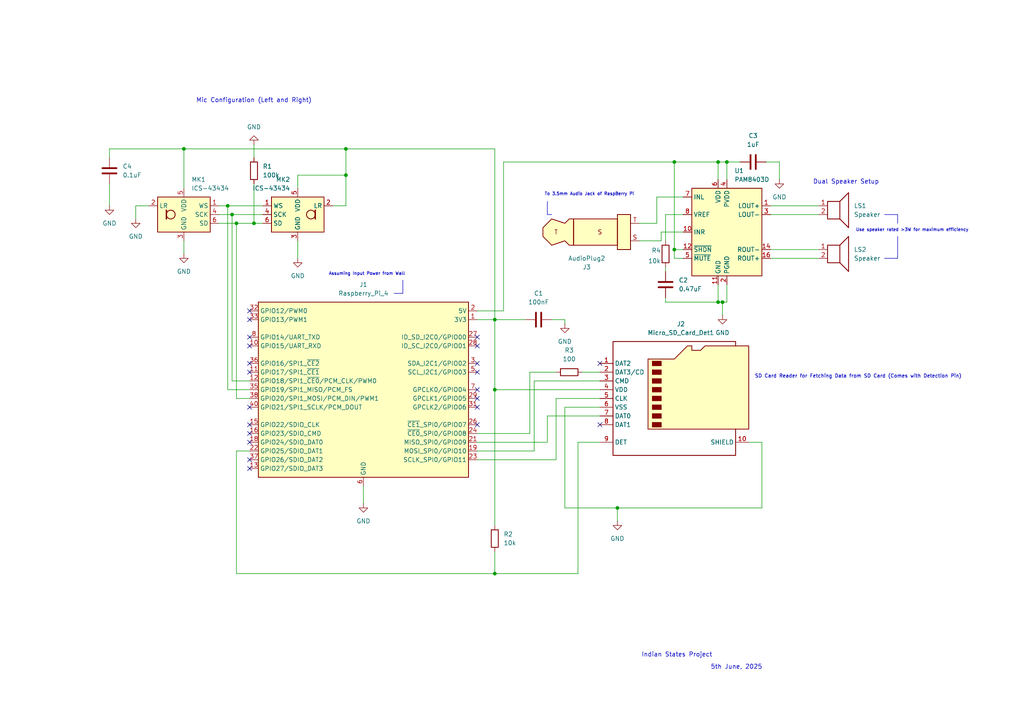
<source format=kicad_sch>
(kicad_sch (version 20231120) (generator "eeschema") (generator_version "8.0")
  (paper "A4")
  (lib_symbols
    (symbol "Amplifier_Audio:PAM8403D"
      (property "Reference" "U" (at 1.27 16.51 0))
      (property "Value" "PAM8403D" (at 6.096 14.224 0))
      (symbol "PAM8403D_0_1"
        (rectangle (start -10.16 12.7) (end 10.16 -12.7) (stroke (width 0.254)) (fill (type background)))
      )
      (symbol "PAM8403D_1_1"
        (pin output line (at 12.7 7.62 180) (length 2.54) (name "LOUT+") (number "1"))
        (pin input line (at -12.7 0 0) (length 2.54) (name "INR") (number "10"))
        (pin power_in line (at -2.54 -15.24 90) (length 2.54) (name "GND") (number "11"))
        (pin input line (at -12.7 -5.08 0) (length 2.54) (name "~{SHDN}") (number "12"))
        (pin passive line (at 0 15.24 270) (length 2.54) hide (name "PVDD") (number "13"))
        (pin output line (at 12.7 -5.08 180) (length 2.54) (name "ROUT-") (number "14"))
        (pin passive line (at 0 -15.24 90) (length 2.54) hide (name "PGND") (number "15"))
        (pin output line (at 12.7 -7.62 180) (length 2.54) (name "ROUT+") (number "16"))
        (pin power_in line (at 0 -15.24 90) (length 2.54) (name "PGND") (number "2"))
        (pin output line (at 12.7 5.08 180) (length 2.54) (name "LOUT-") (number "3"))
        (pin power_in line (at 0 15.24 270) (length 2.54) (name "PVDD") (number "4"))
        (pin input line (at -12.7 -7.62 0) (length 2.54) (name "~{MUTE}") (number "5"))
        (pin power_in line (at -2.54 15.24 270) (length 2.54) (name "VDD") (number "6"))
        (pin input line (at -12.7 10.16 0) (length 2.54) (name "INL") (number "7"))
        (pin input line (at -12.7 5.08 0) (length 2.54) (name "VREF") (number "8"))
        (pin no_connect line (at 10.16 -10.16 180) (length 2.54) hide (name "NC") (number "9"))
      )
    )
    (symbol "Connector:Micro_SD_Card_Det1"
      (property "Reference" "J" (at -16.51 17.78 0))
      (property "Value" "Micro_SD_Card_Det1" (at 16.51 17.78 0))
      (symbol "Micro_SD_Card_Det1_0_1"
        (rectangle (start -7.62 -6.985) (end -5.08 -8.255) (stroke (width 0.254)) (fill (type outline)))
        (rectangle (start -7.62 -4.445) (end -5.08 -5.715) (stroke (width 0.254)) (fill (type outline)))
        (rectangle (start -7.62 -1.905) (end -5.08 -3.175) (stroke (width 0.254)) (fill (type outline)))
        (rectangle (start -7.62 0.635) (end -5.08 -0.635) (stroke (width 0.254)) (fill (type outline)))
        (rectangle (start -7.62 3.175) (end -5.08 1.905) (stroke (width 0.254)) (fill (type outline)))
        (rectangle (start -7.62 5.715) (end -5.08 4.445) (stroke (width 0.254)) (fill (type outline)))
        (rectangle (start -7.62 8.255) (end -5.08 6.985) (stroke (width 0.254)) (fill (type outline)))
        (rectangle (start -7.62 10.795) (end -5.08 9.525) (stroke (width 0.254)) (fill (type outline)))
        (polyline (pts (xy 16.51 15.24) (xy 16.51 16.51) (xy -19.05 16.51) (xy -19.05 -16.51) (xy 16.51 -16.51) (xy 16.51 -8.89)) (stroke (width 0.254)))
        (polyline (pts (xy -8.89 -8.89) (xy -8.89 11.43) (xy -1.27 11.43) (xy 2.54 15.24) (xy 3.81 15.24) (xy 3.81 13.97) (xy 6.35 13.97) (xy 7.62 15.24) (xy 20.32 15.24) (xy 20.32 -8.89) (xy -8.89 -8.89)) (stroke (width 0.254)) (fill (type background)))
      )
      (symbol "Micro_SD_Card_Det1_1_1"
        (pin bidirectional line (at -22.86 10.16 0) (length 3.81) (name "DAT2") (number "1"))
        (pin passive line (at 20.32 -12.7 180) (length 3.81) (name "SHIELD") (number "10"))
        (pin bidirectional line (at -22.86 7.62 0) (length 3.81) (name "DAT3/CD") (number "2"))
        (pin input line (at -22.86 5.08 0) (length 3.81) (name "CMD") (number "3"))
        (pin power_in line (at -22.86 2.54 0) (length 3.81) (name "VDD") (number "4"))
        (pin input line (at -22.86 0 0) (length 3.81) (name "CLK") (number "5"))
        (pin power_in line (at -22.86 -2.54 0) (length 3.81) (name "VSS") (number "6"))
        (pin bidirectional line (at -22.86 -5.08 0) (length 3.81) (name "DAT0") (number "7"))
        (pin bidirectional line (at -22.86 -7.62 0) (length 3.81) (name "DAT1") (number "8"))
        (pin passive line (at -22.86 -12.7 0) (length 3.81) (name "DET") (number "9"))
      )
    )
    (symbol "Connector:Raspberry_Pi_4"
      (property "Reference" "J" (at -17.526 48.768 0))
      (property "Value" "Raspberry_Pi_4" (at 15.748 -26.416 0))
      (symbol "Raspberry_Pi_4_0_1"
        (rectangle (start -30.48 25.4) (end 30.48 -25.4) (stroke (width 0.254)) (fill (type background)))
      )
      (symbol "Raspberry_Pi_4_1_1"
        (pin power_out line (at 33.02 20.32 180) (length 2.54) (name "3V3") (number "1"))
        (pin bidirectional line (at -33.02 12.7 0) (length 2.54) (name "GPIO15/UART_RXD") (number "10"))
        (pin bidirectional line (at -33.02 5.08 0) (length 2.54) (name "GPIO17/SPI1_~{CE1}") (number "11"))
        (pin bidirectional line (at -33.02 2.54 0) (length 2.54) (name "GPIO18/SPI1_~{CE0}/PCM_CLK/PWM0") (number "12"))
        (pin bidirectional line (at -33.02 -22.86 0) (length 2.54) (name "GPIO27/SDIO_DAT3") (number "13"))
        (pin passive line (at 0 -27.94 90) (length 2.54) hide (name "GND") (number "14"))
        (pin bidirectional line (at -33.02 -10.16 0) (length 2.54) (name "GPIO22/SDIO_CLK") (number "15"))
        (pin bidirectional line (at -33.02 -12.7 0) (length 2.54) (name "GPIO23/SDIO_CMD") (number "16"))
        (pin passive line (at 33.02 20.32 180) (length 2.54) hide (name "3V3") (number "17"))
        (pin bidirectional line (at -33.02 -15.24 0) (length 2.54) (name "GPIO24/SDIO_DAT0") (number "18"))
        (pin bidirectional line (at 33.02 -17.78 180) (length 2.54) (name "MOSI_SPI0/GPIO10") (number "19"))
        (pin power_out line (at 33.02 22.86 180) (length 2.54) (name "5V") (number "2"))
        (pin passive line (at 0 -27.94 90) (length 2.54) hide (name "GND") (number "20"))
        (pin bidirectional line (at 33.02 -15.24 180) (length 2.54) (name "MISO_SPI0/GPIO09") (number "21"))
        (pin bidirectional line (at -33.02 -17.78 0) (length 2.54) (name "GPIO25/SDIO_DAT1") (number "22"))
        (pin bidirectional line (at 33.02 -20.32 180) (length 2.54) (name "SCLK_SPI0/GPIO11") (number "23"))
        (pin bidirectional line (at 33.02 -12.7 180) (length 2.54) (name "~{CE0}_SPI0/GPIO08") (number "24"))
        (pin passive line (at 0 -27.94 90) (length 2.54) hide (name "GND") (number "25"))
        (pin bidirectional line (at 33.02 -10.16 180) (length 2.54) (name "~{CE1}_SPI0/GPIO07") (number "26"))
        (pin bidirectional line (at 33.02 15.24 180) (length 2.54) (name "ID_SD_I2C0/GPIO00") (number "27"))
        (pin bidirectional line (at 33.02 12.7 180) (length 2.54) (name "ID_SC_I2C0/GPIO01") (number "28"))
        (pin bidirectional line (at 33.02 -2.54 180) (length 2.54) (name "GPCLK1/GPIO05") (number "29"))
        (pin bidirectional line (at 33.02 7.62 180) (length 2.54) (name "SDA_I2C1/GPIO02") (number "3"))
        (pin passive line (at 0 -27.94 90) (length 2.54) hide (name "GND") (number "30"))
        (pin bidirectional line (at 33.02 -5.08 180) (length 2.54) (name "GPCLK2/GPIO06") (number "31"))
        (pin bidirectional line (at -33.02 22.86 0) (length 2.54) (name "GPIO12/PWM0") (number "32"))
        (pin bidirectional line (at -33.02 20.32 0) (length 2.54) (name "GPIO13/PWM1") (number "33"))
        (pin passive line (at 0 -27.94 90) (length 2.54) hide (name "GND") (number "34"))
        (pin bidirectional line (at -33.02 0 0) (length 2.54) (name "GPIO19/SPI1_MISO/PCM_FS") (number "35"))
        (pin bidirectional line (at -33.02 7.62 0) (length 2.54) (name "GPIO16/SPI1_~{CE2}") (number "36"))
        (pin bidirectional line (at -33.02 -20.32 0) (length 2.54) (name "GPIO26/SDIO_DAT2") (number "37"))
        (pin bidirectional line (at -33.02 -2.54 0) (length 2.54) (name "GPIO20/SPI1_MOSI/PCM_DIN/PWM1") (number "38"))
        (pin passive line (at 0 -27.94 90) (length 2.54) hide (name "GND") (number "39"))
        (pin passive line (at 33.02 22.86 180) (length 2.54) hide (name "5V") (number "4"))
        (pin bidirectional line (at -33.02 -5.08 0) (length 2.54) (name "GPIO21/SPI1_SCLK/PCM_DOUT") (number "40"))
        (pin bidirectional line (at 33.02 5.08 180) (length 2.54) (name "SCL_I2C1/GPIO03") (number "5"))
        (pin power_out line (at 0 -27.94 90) (length 2.54) (name "GND") (number "6"))
        (pin bidirectional line (at 33.02 0 180) (length 2.54) (name "GPCLK0/GPIO04") (number "7"))
        (pin bidirectional line (at -33.02 15.24 0) (length 2.54) (name "GPIO14/UART_TXD") (number "8"))
        (pin passive line (at 0 -27.94 90) (length 2.54) hide (name "GND") (number "9"))
      )
    )
    (symbol "Connector_Audio:AudioPlug2"
      (property "Reference" "J" (at 10.16 6.35 0))
      (property "Value" "AudioPlug2" (at 10.16 -6.35 0))
      (symbol "AudioPlug2_0_0"
        (text "S" (at 3.81 0 0) (effects (font (size 1.27 1.27))))
        (text "T" (at -8.89 0 0) (effects (font (size 1.27 1.27))))
      )
      (symbol "AudioPlug2_0_1"
        (rectangle (start -3.81 3.81) (end 8.89 -3.81) (stroke (width 0.254)) (fill (type background)))
        (polyline (pts (xy -3.81 3.81) (xy -5.08 3.81) (xy -6.35 2.54) (xy -10.16 3.81) (xy -12.7 1.27) (xy -12.7 -1.27) (xy -10.16 -3.81) (xy -6.35 -2.54) (xy -5.08 -3.81) (xy -3.81 -3.81) (xy -3.81 3.81)) (stroke (width 0.254)) (fill (type background)))
        (rectangle (start 12.7 5.08) (end 8.89 -5.08) (stroke (width 0.254)) (fill (type background)))
      )
      (symbol "AudioPlug2_1_1"
        (pin passive line (at 15.24 2.54 180) (length 2.54) (name "~") (number "S"))
        (pin passive line (at 15.24 -2.54 180) (length 2.54) (name "~") (number "T"))
      )
    )
    (symbol "Device:C" (pin_numbers hide) (pin_names (offset 0.254))
      (property "Reference" "C" (at 0.635 2.54 0))
      (property "Value" "C" (at 0.635 -2.54 0))
      (symbol "C_0_1"
        (polyline (pts (xy -2.032 -0.762) (xy 2.032 -0.762)) (stroke (width 0.508)))
        (polyline (pts (xy -2.032 0.762) (xy 2.032 0.762)) (stroke (width 0.508)))
      )
      (symbol "C_1_1"
        (pin passive line (at 0 3.81 270) (length 2.794) (name "~") (number "1"))
        (pin passive line (at 0 -3.81 90) (length 2.794) (name "~") (number "2"))
      )
    )
    (symbol "Device:R" (pin_numbers hide) (pin_names (offset 0))
      (property "Reference" "R" (at 2.032 0 90))
      (property "Value" "R" (at 0 0 90))
      (symbol "R_0_1"
        (rectangle (start -1.016 -2.54) (end 1.016 2.54) (stroke (width 0.254)))
      )
      (symbol "R_1_1"
        (pin passive line (at 0 3.81 270) (length 1.27) (name "~") (number "1"))
        (pin passive line (at 0 -3.81 90) (length 1.27) (name "~") (number "2"))
      )
    )
    (symbol "Device:Speaker" (pin_names (offset 0) hide)
      (property "Reference" "LS" (at 1.27 5.715 0))
      (property "Value" "Speaker" (at 1.27 3.81 0))
      (symbol "Speaker_0_0"
        (rectangle (start -2.54 1.27) (end 1.016 -3.81) (stroke (width 0.254)))
        (polyline (pts (xy 1.016 1.27) (xy 3.556 3.81) (xy 3.556 -6.35) (xy 1.016 -3.81)) (stroke (width 0.254)))
      )
      (symbol "Speaker_1_1"
        (pin input line (at -5.08 0 0) (length 2.54) (name "1") (number "1"))
        (pin input line (at -5.08 -2.54 0) (length 2.54) (name "2") (number "2"))
      )
    )
    (symbol "Sensor_Audio:ICS-43434"
      (property "Reference" "MK" (at -7.62 6.35 0))
      (property "Value" "ICS-43434" (at 1.27 6.35 0))
      (symbol "ICS-43434_1_1"
        (rectangle (start -7.62 5.08) (end 7.62 -5.08) (stroke (width 0.254)) (fill (type background)))
        (circle (center -3.81 0) (radius 1.27) (stroke (width 0.254)))
        (polyline (pts (xy -5.08 1.27) (xy -5.08 -1.27)) (stroke (width 0.381)))
        (pin input line (at 10.16 2.54 180) (length 2.54) (name "WS") (number "1"))
        (pin input line (at -10.16 2.54 0) (length 2.54) (name "LR") (number "2"))
        (pin power_in line (at 0 -7.62 90) (length 2.54) (name "GND") (number "3"))
        (pin input line (at 10.16 0 180) (length 2.54) (name "SCK") (number "4"))
        (pin power_in line (at 0 7.62 270) (length 2.54) (name "VDD") (number "5"))
        (pin output line (at 10.16 -2.54 180) (length 2.54) (name "SD") (number "6"))
      )
    )
    (symbol "power:GND" (power) (pin_numbers hide) (pin_names (offset 0) hide)
      (property "Value" "GND" (at 0 -3.81 0))
      (symbol "GND_0_1"
        (polyline (pts (xy 0 0) (xy 0 -1.27) (xy 1.27 -1.27) (xy 0 -2.54) (xy -1.27 -1.27) (xy 0 -1.27)))
      )
      (symbol "GND_1_1"
        (pin power_in line (at 0 0 270) (length 0) (name "~") (number "1"))
      )
    )
  )
  (junction (at 66.04 59.69))
  (junction (at 100.33 50.8))
  (junction (at 73.66 64.77))
  (junction (at 195.58 46.99))
  (junction (at 100.33 43.18))
  (junction (at 208.28 87.63))
  (junction (at 67.31 62.23))
  (junction (at 143.51 113.03))
  (junction (at 208.28 46.99))
  (junction (at 143.51 92.71))
  (junction (at 68.58 64.77))
  (junction (at 210.82 46.99))
  (junction (at 195.58 72.39))
  (junction (at 143.51 166.37))
  (junction (at 53.34 43.18))
  (junction (at 209.55 87.63))
  (junction (at 179.07 147.32))
  (no_connect (at 72.39 107.95))
  (no_connect (at 72.39 125.73))
  (no_connect (at 72.39 135.89))
  (no_connect (at 138.43 123.19))
  (no_connect (at 138.43 118.11))
  (no_connect (at 72.39 92.71))
  (no_connect (at 72.39 100.33))
  (no_connect (at 138.43 115.57))
  (no_connect (at 72.39 128.27))
  (no_connect (at 72.39 97.79))
  (no_connect (at 138.43 113.03))
  (no_connect (at 72.39 90.17))
  (no_connect (at 138.43 105.41))
  (no_connect (at 72.39 133.35))
  (no_connect (at 138.43 100.33))
  (no_connect (at 72.39 118.11))
  (no_connect (at 173.99 105.41))
  (no_connect (at 138.43 107.95))
  (no_connect (at 72.39 123.19))
  (no_connect (at 138.43 97.79))
  (no_connect (at 72.39 105.41))
  (no_connect (at 173.99 123.19))
  (wire (pts (xy 66.04 59.69) (xy 76.2 59.69)))
  (wire (pts (xy 223.52 59.69) (xy 237.49 59.69)))
  (wire (pts (xy 193.04 62.23) (xy 193.04 69.85)))
  (wire (pts (xy 138.43 130.81) (xy 154.94 130.81)))
  (wire (pts (xy 138.43 133.35) (xy 161.29 133.35)))
  (wire (pts (xy 210.82 46.99) (xy 208.28 46.99)))
  (wire (pts (xy 163.83 147.32) (xy 179.07 147.32)))
  (wire (pts (xy 209.55 87.63) (xy 209.55 91.44)))
  (polyline (pts (xy 158.75 58.42) (xy 158.75 62.23)))
  (wire (pts (xy 86.36 50.8) (xy 100.33 50.8)))
  (wire (pts (xy 143.51 160.02) (xy 143.51 166.37)))
  (wire (pts (xy 217.17 128.27) (xy 220.98 128.27)))
  (wire (pts (xy 63.5 62.23) (xy 67.31 62.23)))
  (wire (pts (xy 179.07 147.32) (xy 179.07 151.13)))
  (wire (pts (xy 185.42 69.85) (xy 191.77 69.85)))
  (wire (pts (xy 63.5 64.77) (xy 68.58 64.77)))
  (wire (pts (xy 163.83 93.98) (xy 163.83 92.71)))
  (wire (pts (xy 208.28 52.07) (xy 208.28 46.99)))
  (wire (pts (xy 163.83 118.11) (xy 163.83 147.32)))
  (wire (pts (xy 31.75 43.18) (xy 53.34 43.18)))
  (wire (pts (xy 222.25 46.99) (xy 226.06 46.99)))
  (wire (pts (xy 66.04 59.69) (xy 66.04 113.03)))
  (polyline (pts (xy 114.3 85.09) (xy 116.84 85.09)))
  (wire (pts (xy 105.41 140.97) (xy 105.41 146.05)))
  (wire (pts (xy 100.33 59.69) (xy 96.52 59.69)))
  (wire (pts (xy 143.51 43.18) (xy 143.51 92.71)))
  (wire (pts (xy 193.04 87.63) (xy 208.28 87.63)))
  (wire (pts (xy 191.77 67.31) (xy 191.77 69.85)))
  (wire (pts (xy 100.33 50.8) (xy 100.33 59.69)))
  (polyline (pts (xy 116.84 81.28) (xy 116.84 85.09)))
  (wire (pts (xy 210.82 46.99) (xy 214.63 46.99)))
  (wire (pts (xy 143.51 166.37) (xy 68.58 166.37)))
  (polyline (pts (xy 256.54 74.93) (xy 260.35 74.93)))
  (wire (pts (xy 100.33 43.18) (xy 143.51 43.18)))
  (wire (pts (xy 220.98 128.27) (xy 220.98 147.32)))
  (wire (pts (xy 146.05 46.99) (xy 195.58 46.99)))
  (wire (pts (xy 193.04 86.36) (xy 193.04 87.63)))
  (wire (pts (xy 153.67 125.73) (xy 153.67 107.95)))
  (wire (pts (xy 226.06 46.99) (xy 226.06 52.07)))
  (wire (pts (xy 173.99 113.03) (xy 143.51 113.03)))
  (wire (pts (xy 73.66 41.91) (xy 73.66 45.72)))
  (wire (pts (xy 210.82 87.63) (xy 209.55 87.63)))
  (wire (pts (xy 100.33 43.18) (xy 100.33 50.8)))
  (wire (pts (xy 31.75 45.72) (xy 31.75 43.18)))
  (wire (pts (xy 179.07 147.32) (xy 220.98 147.32)))
  (wire (pts (xy 53.34 69.85) (xy 53.34 73.66)))
  (wire (pts (xy 195.58 46.99) (xy 195.58 72.39)))
  (wire (pts (xy 198.12 74.93) (xy 195.58 74.93)))
  (wire (pts (xy 223.52 62.23) (xy 237.49 62.23)))
  (wire (pts (xy 198.12 72.39) (xy 195.58 72.39)))
  (wire (pts (xy 138.43 92.71) (xy 143.51 92.71)))
  (wire (pts (xy 161.29 133.35) (xy 161.29 115.57)))
  (polyline (pts (xy 260.35 64.77) (xy 260.35 62.23)))
  (polyline (pts (xy 260.35 68.58) (xy 260.35 74.93)))
  (wire (pts (xy 167.64 166.37) (xy 143.51 166.37)))
  (wire (pts (xy 86.36 69.85) (xy 86.36 74.93)))
  (wire (pts (xy 67.31 110.49) (xy 67.31 62.23)))
  (wire (pts (xy 86.36 54.61) (xy 86.36 50.8)))
  (wire (pts (xy 223.52 74.93) (xy 237.49 74.93)))
  (wire (pts (xy 158.75 128.27) (xy 138.43 128.27)))
  (wire (pts (xy 195.58 46.99) (xy 208.28 46.99)))
  (wire (pts (xy 208.28 87.63) (xy 209.55 87.63)))
  (wire (pts (xy 173.99 128.27) (xy 167.64 128.27)))
  (wire (pts (xy 154.94 130.81) (xy 154.94 110.49)))
  (wire (pts (xy 208.28 82.55) (xy 208.28 87.63)))
  (wire (pts (xy 68.58 166.37) (xy 68.58 130.81)))
  (wire (pts (xy 193.04 62.23) (xy 198.12 62.23)))
  (wire (pts (xy 39.37 59.69) (xy 39.37 63.5)))
  (wire (pts (xy 68.58 130.81) (xy 72.39 130.81)))
  (wire (pts (xy 223.52 72.39) (xy 237.49 72.39)))
  (wire (pts (xy 53.34 43.18) (xy 100.33 43.18)))
  (wire (pts (xy 68.58 64.77) (xy 73.66 64.77)))
  (wire (pts (xy 167.64 128.27) (xy 167.64 166.37)))
  (wire (pts (xy 198.12 67.31) (xy 191.77 67.31)))
  (wire (pts (xy 161.29 115.57) (xy 173.99 115.57)))
  (wire (pts (xy 73.66 64.77) (xy 76.2 64.77)))
  (wire (pts (xy 190.5 57.15) (xy 190.5 64.77)))
  (wire (pts (xy 63.5 59.69) (xy 66.04 59.69)))
  (wire (pts (xy 173.99 118.11) (xy 163.83 118.11)))
  (wire (pts (xy 138.43 125.73) (xy 153.67 125.73)))
  (wire (pts (xy 31.75 59.69) (xy 31.75 53.34)))
  (polyline (pts (xy 256.54 62.23) (xy 260.35 62.23)))
  (wire (pts (xy 67.31 62.23) (xy 76.2 62.23)))
  (wire (pts (xy 73.66 53.34) (xy 73.66 64.77)))
  (wire (pts (xy 163.83 92.71) (xy 160.02 92.71)))
  (wire (pts (xy 153.67 107.95) (xy 161.29 107.95)))
  (wire (pts (xy 158.75 120.65) (xy 158.75 128.27)))
  (wire (pts (xy 72.39 113.03) (xy 66.04 113.03)))
  (wire (pts (xy 68.58 64.77) (xy 68.58 115.57)))
  (wire (pts (xy 173.99 120.65) (xy 158.75 120.65)))
  (wire (pts (xy 210.82 52.07) (xy 210.82 46.99)))
  (wire (pts (xy 72.39 110.49) (xy 67.31 110.49)))
  (wire (pts (xy 143.51 113.03) (xy 143.51 152.4)))
  (polyline (pts (xy 158.75 62.23) (xy 160.02 62.23)))
  (wire (pts (xy 193.04 77.47) (xy 193.04 78.74)))
  (wire (pts (xy 43.18 59.69) (xy 39.37 59.69)))
  (wire (pts (xy 146.05 90.17) (xy 138.43 90.17)))
  (wire (pts (xy 53.34 43.18) (xy 53.34 54.61)))
  (wire (pts (xy 154.94 110.49) (xy 173.99 110.49)))
  (wire (pts (xy 168.91 107.95) (xy 173.99 107.95)))
  (wire (pts (xy 146.05 46.99) (xy 146.05 90.17)))
  (wire (pts (xy 143.51 113.03) (xy 143.51 92.71)))
  (wire (pts (xy 152.4 92.71) (xy 143.51 92.71)))
  (wire (pts (xy 190.5 64.77) (xy 185.42 64.77)))
  (wire (pts (xy 198.12 57.15) (xy 190.5 57.15)))
  (wire (pts (xy 210.82 82.55) (xy 210.82 87.63)))
  (wire (pts (xy 195.58 74.93) (xy 195.58 72.39)))
  (wire (pts (xy 72.39 115.57) (xy 68.58 115.57)))
  (text "Dual Speaker Setup " (at 245.872 52.832 0) (effects (font (size 1.27 1.27))))
  (text "Mic Configuration (Left and Right)\n" (at 73.66 29.21 0) (effects (font (size 1.27 1.27))))
  (text "5th June, 2025\n" (at 213.614 193.548 0) (effects (font (size 1.27 1.27))))
  (text "To 3.5mm Audio Jack of RaspBerry Pi\n" (at 170.942 56.388 0) (effects (font (size 0.889 0.889))))
  (text "SD Card Reader for Fetching Data from SD Card (Comes with Detection Pin)\n" (at 248.92 109.22 0) (effects (font (size 1.016 1.016))))
  (text "Assuming Input Power from Wall\n" (at 106.426 79.502 0) (effects (font (size 0.889 0.889))))
  (text "Indian States Project\n" (at 196.342 189.992 0) (effects (font (size 1.27 1.27))))
  (text "Use speaker rated >3W for maximum efficiency \n" (at 264.922 66.802 0) (effects (font (size 0.889 0.889))))
  (symbol (lib_id "Connector:Raspberry_Pi_4") (at 105.41 113.03 0) (unit 1)
    (property "Reference" "J1" (at 105.41 82.55 0))
    (property "Value" "Raspberry_Pi_4" (at 105.41 85.09 0))
    (property "Datasheet" "https://datasheets.raspberrypi.com/rpi4/raspberry-pi-4-datasheet.pdf" (effects (hide yes)))
    (property "Description" "Raspberry Pi 4 Model B" (effects (hide yes)))
  )
  (symbol (lib_id "Device:C") (at 218.44 46.99 90) (unit 1)
    (property "Reference" "C3" (at 218.44 39.37 90))
    (property "Value" "1uF" (at 218.44 41.91 90))
    (property "Description" "Unpolarized capacitor" (effects (hide yes)))
  )
  (symbol (lib_id "Amplifier_Audio:PAM8403D") (at 210.82 67.31 0) (unit 1)
    (property "Reference" "U1" (at 213.0141 49.53 0) (effects (justify left)))
    (property "Value" "PAM8403D" (at 213.0141 52.07 0) (effects (justify left)))
    (property "Footprint" "Package_SO:SOP-16_3.9x9.9mm_P1.27mm" (effects (hide yes)))
    (property "Datasheet" "https://www.diodes.com/assets/Datasheets/products_inactive_data/PAM8403.pdf" (effects (hide yes)))
    (property "Description" "3W Filterless Class-D Stereo Audio Amplifier, SOP-16" (effects (hide yes)))
  )
  (symbol (lib_id "Sensor_Audio:ICS-43434") (at 53.34 62.23 0) (unit 1)
    (property "Reference" "MK1" (at 55.5341 52.07 0) (effects (justify left)))
    (property "Value" "ICS-43434" (at 55.5341 54.61 0) (effects (justify left)))
    (property "Footprint" "Sensor_Audio:InvenSense_ICS-43434-6_3.5x2.65mm" (effects (hide yes)))
    (property "Datasheet" "https://www.invensense.com/wp-content/uploads/2016/02/DS-000069-ICS-43434-v1.2.pdf" (effects (hide yes)))
    (property "Description" "TDK InvenSense MEMS Microphone, 24-bit I2S, 65 dBA SNR, LGA-6" (effects (hide yes)))
  )
  (symbol (lib_id "Connector:Micro_SD_Card_Det1") (at 196.85 115.57 0) (unit 1)
    (property "Reference" "J2" (at 197.485 93.98 0))
    (property "Value" "Micro_SD_Card_Det1" (at 197.485 96.52 0))
    (property "Datasheet" "https://datasheet.lcsc.com/lcsc/2110151630_XKB-Connectivity-XKTF-015-N_C381082.pdf" (effects (hide yes)))
    (property "Description" "Micro SD Card Socket with one card detection pin" (effects (hide yes)))
  )
  (symbol (lib_id "Device:R") (at 165.1 107.95 90) (unit 1)
    (property "Reference" "R3" (at 165.1 101.6 90))
    (property "Value" "100" (at 165.1 104.14 90))
    (property "Description" "Resistor" (effects (hide yes)))
  )
  (symbol (lib_id "Device:Speaker") (at 242.57 72.39 0) (unit 1)
    (property "Reference" "LS2" (at 247.65 72.3899 0) (effects (justify left)))
    (property "Value" "Speaker" (at 247.65 74.9299 0) (effects (justify left)))
    (property "Description" "Speaker" (effects (hide yes)))
  )
  (symbol (lib_id "power:GND") (at 73.66 41.91 180) (unit 1)
    (property "Reference" "#PWR04" (effects (hide yes)))
    (property "Value" "GND" (at 73.66 36.83 0))
    (property "Description" "Power symbol creates a global label with name \"GND\" , ground" (effects (hide yes)))
  )
  (symbol (lib_id "Device:R") (at 143.51 156.21 0) (unit 1)
    (property "Reference" "R2" (at 146.05 154.9399 0) (effects (justify left)))
    (property "Value" "10k" (at 146.05 157.4799 0) (effects (justify left)))
    (property "Description" "Resistor" (effects (hide yes)))
  )
  (symbol (lib_id "power:GND") (at 53.34 73.66 0) (unit 1)
    (property "Reference" "#PWR01" (effects (hide yes)))
    (property "Value" "GND" (at 53.34 78.74 0))
    (property "Description" "Power symbol creates a global label with name \"GND\" , ground" (effects (hide yes)))
  )
  (symbol (lib_id "Device:C") (at 193.04 82.55 0) (unit 1)
    (property "Reference" "C2" (at 196.85 81.2799 0) (effects (justify left)))
    (property "Value" "0.47uF" (at 196.85 83.8199 0) (effects (justify left)))
    (property "Description" "Unpolarized capacitor" (effects (hide yes)))
  )
  (symbol (lib_id "power:GND") (at 31.75 59.69 0) (unit 1)
    (property "Reference" "#PWR010" (effects (hide yes)))
    (property "Value" "GND" (at 31.75 64.77 0))
    (property "Description" "Power symbol creates a global label with name \"GND\" , ground" (effects (hide yes)))
  )
  (symbol (lib_id "Device:R") (at 73.66 49.53 0) (unit 1)
    (property "Reference" "R1" (at 76.2 48.2599 0) (effects (justify left)))
    (property "Value" "100k" (at 76.2 50.7999 0) (effects (justify left)))
    (property "Description" "Resistor" (effects (hide yes)))
  )
  (symbol (lib_id "Connector_Audio:AudioPlug2") (at 170.18 67.31 0) (mirror x) (unit 1)
    (property "Reference" "J3" (at 170.18 77.47 0))
    (property "Value" "AudioPlug2" (at 170.18 74.93 0))
    (property "Description" "Audio Jack, 2 Poles (Mono / TS)" (effects (hide yes)))
  )
  (symbol (lib_id "power:GND") (at 226.06 52.07 0) (unit 1)
    (property "Reference" "#PWR09" (effects (hide yes)))
    (property "Value" "GND" (at 226.06 57.15 0))
    (property "Description" "Power symbol creates a global label with name \"GND\" , ground" (effects (hide yes)))
  )
  (symbol (lib_id "power:GND") (at 86.36 74.93 0) (unit 1)
    (property "Reference" "#PWR06" (effects (hide yes)))
    (property "Value" "GND" (at 86.36 80.01 0))
    (property "Description" "Power symbol creates a global label with name \"GND\" , ground" (effects (hide yes)))
  )
  (symbol (lib_id "Device:Speaker") (at 242.57 59.69 0) (unit 1)
    (property "Reference" "LS1" (at 247.65 59.6899 0) (effects (justify left)))
    (property "Value" "Speaker" (at 247.65 62.2299 0) (effects (justify left)))
    (property "Description" "Speaker" (effects (hide yes)))
  )
  (symbol (lib_id "Device:C") (at 31.75 49.53 0) (unit 1)
    (property "Reference" "C4" (at 35.56 48.2599 0) (effects (justify left)))
    (property "Value" "0.1uF" (at 35.56 50.7999 0) (effects (justify left)))
    (property "Description" "Unpolarized capacitor" (effects (hide yes)))
  )
  (symbol (lib_id "power:GND") (at 39.37 63.5 0) (unit 1)
    (property "Reference" "#PWR03" (effects (hide yes)))
    (property "Value" "GND" (at 39.37 68.58 0))
    (property "Description" "Power symbol creates a global label with name \"GND\" , ground" (effects (hide yes)))
  )
  (symbol (lib_id "Sensor_Audio:ICS-43434") (at 86.36 62.23 0) (mirror y) (unit 1)
    (property "Reference" "MK2" (at 84.1659 52.07 0) (effects (justify left)))
    (property "Value" "ICS-43434" (at 84.1659 54.61 0) (effects (justify left)))
    (property "Footprint" "Sensor_Audio:InvenSense_ICS-43434-6_3.5x2.65mm" (effects (hide yes)))
    (property "Datasheet" "https://www.invensense.com/wp-content/uploads/2016/02/DS-000069-ICS-43434-v1.2.pdf" (effects (hide yes)))
    (property "Description" "TDK InvenSense MEMS Microphone, 24-bit I2S, 65 dBA SNR, LGA-6" (effects (hide yes)))
  )
  (symbol (lib_id "power:GND") (at 209.55 91.44 0) (unit 1)
    (property "Reference" "#PWR08" (effects (hide yes)))
    (property "Value" "GND" (at 209.55 96.52 0))
    (property "Description" "Power symbol creates a global label with name \"GND\" , ground" (effects (hide yes)))
  )
  (symbol (lib_id "Device:C") (at 156.21 92.71 90) (unit 1)
    (property "Reference" "C1" (at 156.21 85.09 90))
    (property "Value" "100nF" (at 156.21 87.63 90))
    (property "Description" "Unpolarized capacitor" (effects (hide yes)))
  )
  (symbol (lib_id "Device:R") (at 193.04 73.66 0) (unit 1)
    (property "Reference" "R4" (at 188.976 72.644 0) (effects (justify left)))
    (property "Value" "10k" (at 187.96 75.692 0) (effects (justify left)))
    (property "Description" "Resistor" (effects (hide yes)))
  )
  (symbol (lib_id "power:GND") (at 105.41 146.05 0) (unit 1)
    (property "Reference" "#PWR05" (effects (hide yes)))
    (property "Value" "GND" (at 105.41 151.13 0))
    (property "Description" "Power symbol creates a global label with name \"GND\" , ground" (effects (hide yes)))
  )
  (symbol (lib_id "power:GND") (at 179.07 151.13 0) (unit 1)
    (property "Reference" "#PWR02" (effects (hide yes)))
    (property "Value" "GND" (at 179.07 156.21 0))
    (property "Description" "Power symbol creates a global label with name \"GND\" , ground" (effects (hide yes)))
  )
  (symbol (lib_id "power:GND") (at 163.83 93.98 0) (unit 1)
    (property "Reference" "#PWR07" (effects (hide yes)))
    (property "Value" "GND" (at 163.83 99.06 0))
    (property "Description" "Power symbol creates a global label with name \"GND\" , ground" (effects (hide yes)))
  )
)
</source>
